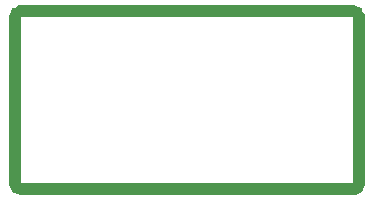
<source format=gm1>
G04 Layer_Color=16711935*
%FSLAX23Y23*%
%MOIN*%
G70*
G01*
G75*
%ADD28C,0.039*%
D28*
X1070Y125D02*
G03*
X1050Y145I-20J0D01*
G01*
X1070Y125D02*
G03*
X1050Y145I-20J0D01*
G01*
Y-450D02*
G03*
X1070Y-430I0J20D01*
G01*
X1050Y-450D02*
G03*
X1070Y-430I0J20D01*
G01*
X-59Y145D02*
G03*
X-79Y125I0J-20D01*
G01*
X-59Y145D02*
G03*
X-79Y125I0J-20D01*
G01*
Y-430D02*
G03*
X-59Y-450I20J0D01*
G01*
X-79Y-430D02*
G03*
X-59Y-450I20J0D01*
G01*
X1070Y-430D02*
Y125D01*
X-59Y145D02*
X1050Y145D01*
X-59Y-450D02*
X1050Y-450D01*
X-79Y-430D02*
Y125D01*
M02*

</source>
